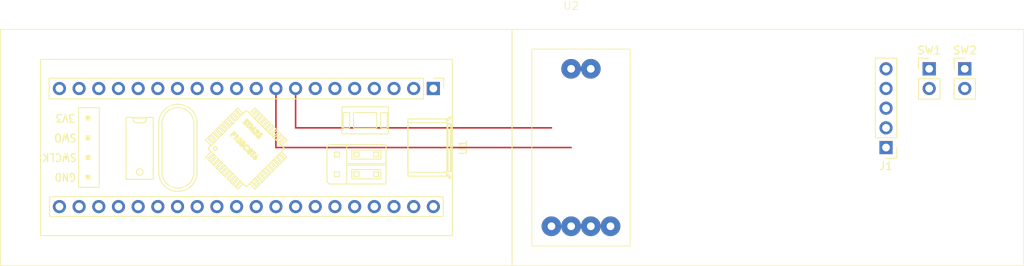
<source format=kicad_pcb>
(kicad_pcb (version 20241229) (generator "pcbnew") (generator_version "9.0")
  (layers (0 "F.Cu" signal) (2 "B.Cu" signal) (13 "F.Paste" user) (15 "B.Paste" user) (5 "F.SilkS" user "F.Silkscreen") (7 "B.SilkS" user "B.Silkscreen") (1 "F.Mask" user) (3 "B.Mask" user) (25 "Edge.Cuts" user))
  (net 0 "")
  (net 29 "CAN_PIN_TX")
  (net 34 "CAN_PIN_RX")
  (net 35 "PIN_BUTTON_1")
  (net 36 "GND")
  (net 37 "PIN_BUTTON_2")
  (net 38 "+5V")
  (net 39 "CANL")
  (net 40 "CANH")
  (net 41 "PIN_CS")
  (net 42 "PIN_CLK")
  (net 43 "PIN_MOSI")
  (footprint "Connector_PinHeader_2.54mm:PinHeader_1x02_P2.54mm_Vertical" (layer "F.Cu") (at 172.72 76.2)
    (property "Reference" "SW2" (at 0 -2.38 0) (layer "F.SilkS"))
    (property "Value" "SW_Push")
    (pad "1" thru_hole rect (at 0 0) (size 1.7 1.7) (drill 1) (layers "*.Cu" "*.Mask") (net 37 "PIN_BUTTON_2"))
    (pad "2" thru_hole circle (at 0 2.54) (size 1.7 1.7) (drill 1) (layers "*.Cu" "*.Mask") (net 36 "GND"))
  )
  (footprint "components:TJA_1050" (layer "F.Cu") (at 121.92 68.58)
    (property "Reference" "U2" (at 0 -0.5 0) (layer "F.SilkS") (effects (font (thickness 0.1))))
    (property "Value" "~")
    (pad "1" thru_hole circle (at 2.54 7.62) (size 2.54 2.54) (drill 1) (layers "*.Cu" "*.Mask") (net 40 "CANH"))
    (pad "2" thru_hole circle (at 0 7.62) (size 2.54 2.54) (drill 1) (layers "*.Cu" "*.Mask") (net 39 "CANL"))
    (pad "3" thru_hole circle (at 5.08 27.94) (size 2.54 2.54) (drill 1) (layers "*.Cu" "*.Mask") (net 38 "+5V"))
    (pad "4" thru_hole circle (at 2.54 27.94) (size 2.54 2.54) (drill 1) (layers "*.Cu" "*.Mask") (net 29 "CAN_PIN_TX"))
    (pad "5" thru_hole circle (at 0 27.94) (size 2.54 2.54) (drill 1) (layers "*.Cu" "*.Mask") (net 34 "CAN_PIN_RX"))
    (pad "6" thru_hole circle (at -2.54 27.94) (size 2.54 2.54) (drill 1) (layers "*.Cu" "*.Mask") (net 36 "GND"))
  )
  (footprint "bluepill:YAAJ_BluePill_1" (layer "F.Cu") (at 104.14 78.74 -90)
    (property "Reference" "U1" (at 7.62 -3.81 90) (layer "F.SilkS"))
    (property "Value" "YAAJ_BluePill" (hide yes))
    (fp_text user "SWCLK" (at 8.89 48.26 180) (layer "F.SilkS") (effects (font (size 1 0.9))))
    (fp_text user "SWO" (at 6.35 47.498 180) (layer "F.SilkS") (effects (font (size 1 0.9))))
    (fp_text user "GND" (at 11.43 47.498 180) (layer "F.SilkS") (effects (font (size 1 0.9))))
    (fp_text user "3V3" (at 3.81 47.498 180) (layer "F.SilkS") (effects (font (size 1 0.9))))
    (pad "1" thru_hole rect (at 0 0 270) (size 1.7 1.7) (drill 1) (layers "*.Cu" "*.Mask"))
    (pad "2" thru_hole circle (at 0 2.54 270) (size 1.7 1.7) (drill 1) (layers "*.Cu" "*.Mask"))
    (pad "3" thru_hole circle (at 0 5.08 270) (size 1.7 1.7) (drill 1) (layers "*.Cu" "*.Mask"))
    (pad "4" thru_hole circle (at 0 7.62 270) (size 1.7 1.7) (drill 1) (layers "*.Cu" "*.Mask"))
    (pad "5" thru_hole circle (at 0 10.16 270) (size 1.7 1.7) (drill 1) (layers "*.Cu" "*.Mask"))
    (pad "6" thru_hole circle (at 0 12.7 270) (size 1.7 1.7) (drill 1) (layers "*.Cu" "*.Mask"))
    (pad "7" thru_hole circle (at 0 15.24 270) (size 1.7 1.7) (drill 1) (layers "*.Cu" "*.Mask"))
    (pad "8" thru_hole circle (at 0 17.78 270) (size 1.7 1.7) (drill 1) (layers "*.Cu" "*.Mask") (net 34 "CAN_PIN_RX"))
    (pad "9" thru_hole circle (at 0 20.32 270) (size 1.7 1.7) (drill 1) (layers "*.Cu" "*.Mask") (net 29 "CAN_PIN_TX"))
    (pad "10" thru_hole circle (at 0 22.86 270) (size 1.7 1.7) (drill 1) (layers "*.Cu" "*.Mask"))
    (pad "11" thru_hole circle (at 0 25.4 270) (size 1.7 1.7) (drill 1) (layers "*.Cu" "*.Mask"))
    (pad "12" thru_hole circle (at 0 27.94 270) (size 1.7 1.7) (drill 1) (layers "*.Cu" "*.Mask"))
    (pad "13" thru_hole circle (at 0 30.48 270) (size 1.7 1.7) (drill 1) (layers "*.Cu" "*.Mask"))
    (pad "14" thru_hole circle (at 0 33.02 270) (size 1.7 1.7) (drill 1) (layers "*.Cu" "*.Mask"))
    (pad "15" thru_hole circle (at 0 35.56 270) (size 1.7 1.7) (drill 1) (layers "*.Cu" "*.Mask"))
    (pad "16" thru_hole circle (at 0 38.1 270) (size 1.7 1.7) (drill 1) (layers "*.Cu" "*.Mask"))
    (pad "17" thru_hole circle (at 0 40.64 270) (size 1.7 1.7) (drill 1) (layers "*.Cu" "*.Mask"))
    (pad "18" thru_hole circle (at 0 43.18 270) (size 1.7 1.7) (drill 1) (layers "*.Cu" "*.Mask") (net 38 "+5V"))
    (pad "19" thru_hole circle (at 0 45.72 270) (size 1.7 1.7) (drill 1) (layers "*.Cu" "*.Mask") (net 36 "GND"))
    (pad "20" thru_hole circle (at 0 48.26 270) (size 1.7 1.7) (drill 1) (layers "*.Cu" "*.Mask"))
    (pad "21" thru_hole circle (at 15.24 48.26 270) (size 1.7 1.7) (drill 1) (layers "*.Cu" "*.Mask"))
    (pad "22" thru_hole circle (at 15.24 45.72 270) (size 1.7 1.7) (drill 1) (layers "*.Cu" "*.Mask"))
    (pad "23" thru_hole circle (at 15.24 43.18 270) (size 1.7 1.7) (drill 1) (layers "*.Cu" "*.Mask"))
    (pad "24" thru_hole circle (at 15.24 40.64 270) (size 1.7 1.7) (drill 1) (layers "*.Cu" "*.Mask"))
    (pad "25" thru_hole circle (at 15.24 38.1 270) (size 1.7 1.7) (drill 1) (layers "*.Cu" "*.Mask"))
    (pad "26" thru_hole circle (at 15.24 35.56 270) (size 1.7 1.7) (drill 1) (layers "*.Cu" "*.Mask"))
    (pad "27" thru_hole circle (at 15.24 33.02 270) (size 1.7 1.7) (drill 1) (layers "*.Cu" "*.Mask"))
    (pad "28" thru_hole circle (at 15.24 30.48 270) (size 1.7 1.7) (drill 1) (layers "*.Cu" "*.Mask"))
    (pad "29" thru_hole circle (at 15.24 27.94 270) (size 1.7 1.7) (drill 1) (layers "*.Cu" "*.Mask"))
    (pad "30" thru_hole circle (at 15.24 25.4 270) (size 1.7 1.7) (drill 1) (layers "*.Cu" "*.Mask"))
    (pad "31" thru_hole circle (at 15.24 22.86 270) (size 1.7 1.7) (drill 1) (layers "*.Cu" "*.Mask"))
    (pad "32" thru_hole circle (at 15.24 20.32 270) (size 1.7 1.7) (drill 1) (layers "*.Cu" "*.Mask"))
    (pad "33" thru_hole circle (at 15.24 17.78 270) (size 1.7 1.7) (drill 1) (layers "*.Cu" "*.Mask"))
    (pad "34" thru_hole circle (at 15.24 15.24 270) (size 1.7 1.7) (drill 1) (layers "*.Cu" "*.Mask"))
    (pad "35" thru_hole circle (at 15.24 12.7 270) (size 1.7 1.7) (drill 1) (layers "*.Cu" "*.Mask") (net 35 "PIN_BUTTON_1"))
    (pad "36" thru_hole circle (at 15.24 10.16 270) (size 1.7 1.7) (drill 1) (layers "*.Cu" "*.Mask") (net 37 "PIN_BUTTON_2"))
    (pad "37" thru_hole circle (at 15.24 7.62 270) (size 1.7 1.7) (drill 1) (layers "*.Cu" "*.Mask"))
    (pad "38" thru_hole circle (at 15.24 5.08 270) (size 1.7 1.7) (drill 1) (layers "*.Cu" "*.Mask"))
    (pad "39" thru_hole circle (at 15.24 2.54 270) (size 1.7 1.7) (drill 1) (layers "*.Cu" "*.Mask") (net 36 "GND"))
    (pad "40" thru_hole circle (at 15.24 0 270) (size 1.7 1.7) (drill 1) (layers "*.Cu" "*.Mask") (net 36 "GND"))
  )
  (footprint "Connector_PinHeader_2.54mm:PinHeader_1x05_P2.54mm_Vertical" (layer "F.Cu") (at 162.56 86.36 180)
    (property "Reference" "J1" (at 0 -2.38 0) (layer "F.SilkS"))
    (property "Value" "Conn_01x05_Pin")
    (pad "1" thru_hole rect (at 0 0 180) (size 1.7 1.7) (drill 1) (layers "*.Cu" "*.Mask") (net 38 "+5V"))
    (pad "2" thru_hole circle (at 0 2.54 180) (size 1.7 1.7) (drill 1) (layers "*.Cu" "*.Mask") (net 43 "PIN_MOSI"))
    (pad "3" thru_hole circle (at 0 5.08 180) (size 1.7 1.7) (drill 1) (layers "*.Cu" "*.Mask") (net 42 "PIN_CLK"))
    (pad "4" thru_hole circle (at 0 7.62 180) (size 1.7 1.7) (drill 1) (layers "*.Cu" "*.Mask") (net 41 "PIN_CS"))
    (pad "5" thru_hole circle (at 0 10.16 180) (size 1.7 1.7) (drill 1) (layers "*.Cu" "*.Mask") (net 36 "GND"))
  )
  (footprint "Connector_PinHeader_2.54mm:PinHeader_1x02_P2.54mm_Vertical" (layer "F.Cu") (at 168.13 76.2)
    (property "Reference" "SW1" (at 0 -2.38 0) (layer "F.SilkS"))
    (property "Value" "SW_Push")
    (pad "1" thru_hole rect (at 0 0) (size 1.7 1.7) (drill 1) (layers "*.Cu" "*.Mask") (net 35 "PIN_BUTTON_1"))
    (pad "2" thru_hole circle (at 0 2.54) (size 1.7 1.7) (drill 1) (layers "*.Cu" "*.Mask") (net 36 "GND"))
  )
  (gr_line (start 121.92 86.36) (end 83.82 86.36) (stroke (width 0.2)) (layer "F.Cu") (net 29))
  (gr_line (start 83.82 78.74) (end 83.82 86.36) (stroke (width 0.2)) (layer "F.Cu") (net 29))
  (gr_line (start 86.36 83.82) (end 119.38 83.82) (stroke (width 0.2)) (layer "F.Cu") (net 34))
  (gr_line (start 86.36 78.74) (end 86.36 83.82) (stroke (width 0.2)) (layer "F.Cu") (net 34))
  (gr_rect (start 48.26 71.12) (end 114.3 101.6) (stroke (width 0.1)) (fill no) (layer "F.SilkS"))
  (gr_rect (start 114.3 71.12) (end 180.34 101.6) (stroke (width 0.1)) (fill no) (layer "F.SilkS"))
)
</source>
